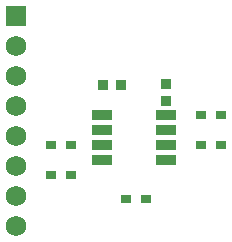
<source format=gbr>
%TF.GenerationSoftware,Altium Limited,Altium Designer,24.4.1 (13)*%
G04 Layer_Color=8388736*
%FSLAX45Y45*%
%MOMM*%
%TF.SameCoordinates,912A9E6C-26A1-424A-A32F-7B2CA38D8761*%
%TF.FilePolarity,Negative*%
%TF.FileFunction,Soldermask,Top*%
%TF.Part,Single*%
G01*
G75*
%TA.AperFunction,SMDPad,CuDef*%
%ADD11R,0.90000X0.80000*%
%ADD12R,0.85872X0.91213*%
%ADD13R,0.91213X0.95872*%
%ADD21R,1.72820X0.85320*%
%TA.AperFunction,ComponentPad*%
%ADD22C,1.75320*%
%ADD23R,1.75320X1.75320*%
D11*
X15833000Y4572000D02*
D03*
X15663000D02*
D03*
X15833000Y4318000D02*
D03*
X15663000D02*
D03*
X15028000Y3860800D02*
D03*
X15198000D02*
D03*
X14563000Y4064000D02*
D03*
X14392999D02*
D03*
X14563000Y4318000D02*
D03*
X14392999D02*
D03*
D12*
X14986000Y4826000D02*
D03*
X14830659D02*
D03*
D13*
X15367000Y4835171D02*
D03*
Y4689829D02*
D03*
D21*
Y4572000D02*
D03*
Y4445000D02*
D03*
Y4318000D02*
D03*
Y4191000D02*
D03*
X14824600D02*
D03*
Y4318000D02*
D03*
Y4445000D02*
D03*
Y4572000D02*
D03*
D22*
X14097000Y4394200D02*
D03*
Y4648200D02*
D03*
Y4902200D02*
D03*
Y5156200D02*
D03*
Y4140200D02*
D03*
Y3886200D02*
D03*
Y3632200D02*
D03*
D23*
Y5410200D02*
D03*
%TF.MD5,8d423fd685360207e9578a8c8651bff2*%
M02*

</source>
